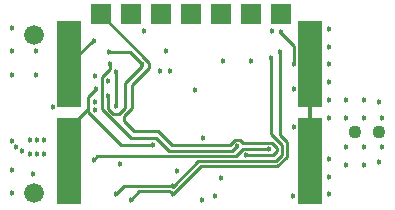
<source format=gbr>
G04 EAGLE Gerber RS-274X export*
G75*
%MOMM*%
%FSLAX34Y34*%
%LPD*%
%INBottom Copper*%
%IPPOS*%
%AMOC8*
5,1,8,0,0,1.08239X$1,22.5*%
G01*
%ADD10C,1.676400*%
%ADD11C,1.108000*%
%ADD12R,1.676400X1.676400*%
%ADD13R,2.000000X7.400000*%
%ADD14C,0.454000*%
%ADD15C,0.254000*%
%ADD16C,0.304800*%


D10*
X30000Y148900D03*
X30000Y15000D03*
D11*
X302150Y66600D03*
X322150Y66600D03*
D12*
X238900Y166100D03*
X213500Y166100D03*
X188100Y166100D03*
X162700Y166100D03*
X137300Y166100D03*
X111900Y166100D03*
X86500Y166100D03*
D13*
X59900Y41600D03*
X263900Y41600D03*
X264100Y123700D03*
X60100Y123700D03*
D14*
X11500Y114600D03*
X136900Y118300D03*
X173200Y61200D03*
X81700Y91600D03*
X82000Y113400D03*
X11500Y154600D03*
X11500Y134600D03*
X31500Y134600D03*
X31500Y114600D03*
X32500Y59400D03*
X29500Y30600D03*
X11500Y34600D03*
X11500Y14600D03*
X183500Y12600D03*
X249500Y12600D03*
X141500Y134600D03*
X123500Y151600D03*
X15100Y54000D03*
X38500Y59400D03*
X32700Y48000D03*
X26500Y48000D03*
X20100Y50000D03*
X26500Y59400D03*
X80500Y143600D03*
X189900Y126400D03*
X213900Y126400D03*
X249900Y70400D03*
D15*
X80000Y143600D02*
X60100Y123700D01*
X80000Y143600D02*
X80500Y143600D01*
D14*
X188500Y27600D03*
X45900Y87600D03*
X38500Y48000D03*
X11500Y58600D03*
X231700Y151800D03*
X279500Y78600D03*
X294500Y78600D03*
X309500Y78600D03*
X324500Y78600D03*
X324500Y53600D03*
X309500Y53600D03*
X294500Y53600D03*
X279500Y43600D03*
X294500Y93600D03*
X309500Y93600D03*
X322500Y91600D03*
X322500Y40600D03*
X309500Y38600D03*
X294500Y38600D03*
X279500Y93600D03*
X279500Y108600D03*
X279500Y28600D03*
X279500Y123600D03*
X279500Y138600D03*
X279500Y153600D03*
X279500Y13600D03*
X238400Y134500D03*
X147500Y13500D03*
D15*
X238400Y63900D02*
X244100Y58200D01*
X244100Y45500D01*
X238400Y63900D02*
X238400Y134500D01*
X244100Y45500D02*
X236100Y37500D01*
X171500Y37500D01*
D14*
X111900Y9200D03*
D15*
X119000Y16300D01*
X144700Y16300D01*
X147500Y13500D01*
X171500Y37500D01*
D14*
X230900Y128900D03*
D15*
X147500Y20500D02*
X147400Y19700D01*
D14*
X147500Y20500D03*
D15*
X240075Y46975D02*
X240075Y55729D01*
X230900Y64904D02*
X230900Y128900D01*
X230900Y64904D02*
X240075Y55729D01*
X240075Y46975D02*
X234540Y41440D01*
X169140Y41440D01*
X148200Y20500D01*
X147400Y19700D01*
D14*
X99600Y13800D03*
D15*
X106300Y20500D01*
X148200Y20500D01*
D14*
X209800Y46825D03*
D15*
X232429Y46825D02*
X235875Y50271D01*
X235875Y52729D01*
X232429Y46825D02*
X209800Y46825D01*
X204829Y59550D02*
X200371Y59550D01*
X204829Y59550D02*
X207190Y57190D01*
X200371Y59550D02*
X196321Y55500D01*
X146797Y55500D01*
X135182Y67115D01*
X114885Y67115D02*
X106600Y75400D01*
X114885Y67115D02*
X135182Y67115D01*
X106600Y75400D02*
X106600Y79808D01*
X113140Y86348D01*
X113140Y106240D01*
X127475Y120575D02*
X127475Y125125D01*
X127475Y120575D02*
X113140Y106240D01*
X127475Y125125D02*
X86500Y166100D01*
X231415Y57190D02*
X235875Y52729D01*
X231415Y57190D02*
X207190Y57190D01*
D14*
X92800Y96900D03*
X121300Y123700D03*
X93700Y133900D03*
D15*
X92800Y96900D02*
X93100Y96600D01*
X93100Y85900D01*
X97164Y81836D02*
X101998Y81836D01*
X121300Y122249D02*
X121300Y123700D01*
X121300Y122249D02*
X106711Y107660D01*
X93100Y85900D02*
X97164Y81836D01*
X101998Y81836D02*
X106711Y86549D01*
X106711Y107660D01*
X121300Y123700D02*
X111100Y133900D01*
X93700Y133900D01*
D14*
X81500Y85200D03*
X93000Y109500D03*
X145300Y117700D03*
X166500Y102300D03*
X249800Y102400D03*
X151500Y33500D03*
X250000Y123725D03*
D15*
X250000Y139400D01*
X239200Y150200D02*
X239200Y151400D01*
D14*
X239200Y151400D03*
D15*
X239200Y150200D02*
X250000Y139400D01*
D14*
X202100Y54375D03*
D15*
X197725Y50000D01*
X133129Y61575D02*
X111925Y61575D01*
X133129Y61575D02*
X144704Y50000D01*
X94000Y119404D02*
X94000Y123800D01*
X94000Y119404D02*
X87625Y113029D01*
X87625Y85875D01*
D14*
X94000Y123800D03*
D15*
X144704Y50000D02*
X197725Y50000D01*
X111925Y61575D02*
X87625Y85875D01*
D14*
X99600Y88000D03*
D15*
X99600Y116900D02*
X99700Y117000D01*
X99600Y116900D02*
X99600Y88000D01*
D14*
X99700Y117000D03*
X130400Y55400D03*
X82200Y102900D03*
D15*
X75640Y85000D02*
X75640Y83648D01*
X75640Y85000D02*
X75640Y96340D01*
X82200Y102900D01*
X103888Y55400D02*
X130400Y55400D01*
X103888Y55400D02*
X75640Y83648D01*
D16*
X75640Y85000D02*
X59900Y69260D01*
X59900Y41600D01*
D14*
X102800Y39300D03*
X172000Y9000D03*
X228700Y52000D03*
D15*
X207300Y52000D01*
D14*
X80800Y43000D03*
D15*
X201100Y45800D02*
X207300Y52000D01*
X201100Y45800D02*
X83600Y45800D01*
X80800Y43000D01*
D16*
X264100Y41800D02*
X264100Y123700D01*
X264100Y41800D02*
X263900Y41600D01*
M02*

</source>
